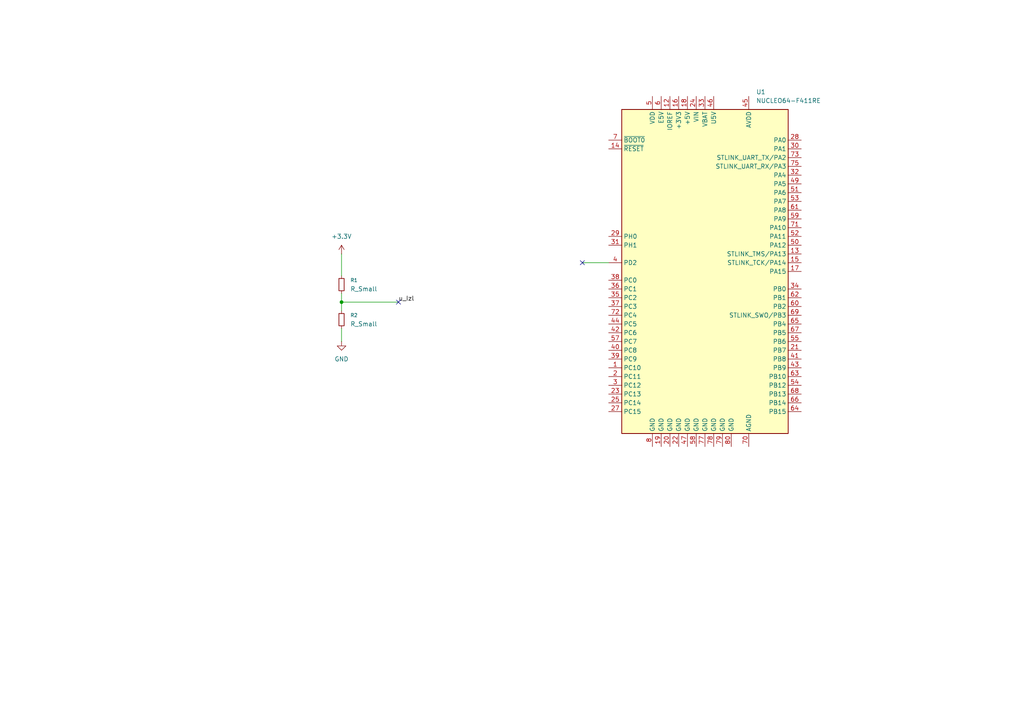
<source format=kicad_sch>
(kicad_sch (version 20250114) (generator "eeschema") (generator_version "9.0")
  (paper "A4")
  (lib_symbols
    (symbol "Device:R_Small" (pin_numbers (hide yes)) (pin_names (offset 0.254) (hide yes))
      (property "Reference" "R" (at 0 0 90))
      (property "Value" "R_Small" (at 1.778 0 90))
      (symbol "R_Small_0_1"
        (rectangle (start -0.762 1.778) (end 0.762 -1.778) (stroke (width 0.2032)))
      )
      (symbol "R_Small_1_1"
        (pin passive line (at 0 2.54 270) (length 0.762) (name "~") (number "1"))
        (pin passive line (at 0 -2.54 90) (length 0.762) (name "~") (number "2"))
      )
    )
    (symbol "MCU_Module:NUCLEO64-F411RE"
      (property "Reference" "U" (at -17.78 50.165 0))
      (property "Value" "NUCLEO64-F411RE" (at -17.78 48.26 0))
      (symbol "NUCLEO64-F411RE_0_1"
        (rectangle (start -24.13 -46.99) (end 24.13 46.99) (stroke (width 0.254)) (fill (type background)))
      )
      (symbol "NUCLEO64-F411RE_1_1"
        (pin input line (at -27.94 38.1 0) (length 3.81) (name "~{BOOT0}") (number "7"))
        (pin input line (at -27.94 35.56 0) (length 3.81) (name "~{RESET}") (number "14"))
        (pin bidirectional line (at -27.94 10.16 0) (length 3.81) (name "PH0") (number "29"))
        (pin bidirectional line (at -27.94 7.62 0) (length 3.81) (name "PH1") (number "31"))
        (pin bidirectional line (at -27.94 2.54 0) (length 3.81) (name "PD2") (number "4"))
        (pin bidirectional line (at -27.94 -2.54 0) (length 3.81) (name "PC0") (number "38"))
        (pin bidirectional line (at -27.94 -5.08 0) (length 3.81) (name "PC1") (number "36"))
        (pin bidirectional line (at -27.94 -7.62 0) (length 3.81) (name "PC2") (number "35"))
        (pin bidirectional line (at -27.94 -10.16 0) (length 3.81) (name "PC3") (number "37"))
        (pin bidirectional line (at -27.94 -12.7 0) (length 3.81) (name "PC4") (number "72"))
        (pin bidirectional line (at -27.94 -15.24 0) (length 3.81) (name "PC5") (number "44"))
        (pin bidirectional line (at -27.94 -17.78 0) (length 3.81) (name "PC6") (number "42"))
        (pin bidirectional line (at -27.94 -20.32 0) (length 3.81) (name "PC7") (number "57"))
        (pin bidirectional line (at -27.94 -22.86 0) (length 3.81) (name "PC8") (number "40"))
        (pin bidirectional line (at -27.94 -25.4 0) (length 3.81) (name "PC9") (number "39"))
        (pin bidirectional line (at -27.94 -27.94 0) (length 3.81) (name "PC10") (number "1"))
        (pin bidirectional line (at -27.94 -30.48 0) (length 3.81) (name "PC11") (number "2"))
        (pin bidirectional line (at -27.94 -33.02 0) (length 3.81) (name "PC12") (number "3"))
        (pin bidirectional line (at -27.94 -35.56 0) (length 3.81) (name "PC13") (number "23"))
        (pin bidirectional line (at -27.94 -38.1 0) (length 3.81) (name "PC14") (number "25"))
        (pin bidirectional line (at -27.94 -40.64 0) (length 3.81) (name "PC15") (number "27"))
        (pin no_connect line (at -24.13 33.02 0) (length 3.81) (hide yes) (name "NC") (number "56"))
        (pin no_connect line (at -24.13 30.48 0) (length 3.81) (hide yes) (name "NC") (number "74"))
        (pin no_connect line (at -24.13 27.94 0) (length 3.81) (hide yes) (name "NC") (number "76"))
        (pin no_connect line (at -24.13 25.4 0) (length 3.81) (hide yes) (name "NC") (number "48"))
        (pin no_connect line (at -24.13 22.86 0) (length 3.81) (hide yes) (name "NC") (number "26"))
        (pin no_connect line (at -24.13 20.32 0) (length 3.81) (hide yes) (name "NC") (number "10"))
        (pin no_connect line (at -24.13 17.78 0) (length 3.81) (hide yes) (name "NC") (number "9"))
        (pin no_connect line (at -24.13 15.24 0) (length 3.81) (hide yes) (name "NC") (number "11"))
        (pin power_in line (at -15.24 50.8 270) (length 3.81) (name "VDD") (number "5"))
        (pin power_in line (at -15.24 -50.8 90) (length 3.81) (name "GND") (number "8"))
        (pin power_in line (at -12.7 50.8 270) (length 3.81) (name "E5V") (number "6"))
        (pin power_in line (at -12.7 -50.8 90) (length 3.81) (name "GND") (number "19"))
        (pin power_in line (at -10.16 50.8 270) (length 3.81) (name "IOREF") (number "12"))
        (pin power_in line (at -10.16 -50.8 90) (length 3.81) (name "GND") (number "20"))
        (pin power_in line (at -7.62 50.8 270) (length 3.81) (name "+3V3") (number "16"))
        (pin power_in line (at -7.62 -50.8 90) (length 3.81) (name "GND") (number "22"))
        (pin power_in line (at -5.08 50.8 270) (length 3.81) (name "+5V") (number "18"))
        (pin power_in line (at -5.08 -50.8 90) (length 3.81) (name "GND") (number "47"))
        (pin power_in line (at -2.54 50.8 270) (length 3.81) (name "VIN") (number "24"))
        (pin power_in line (at -2.54 -50.8 90) (length 3.81) (name "GND") (number "58"))
        (pin power_in line (at 0 50.8 270) (length 3.81) (name "VBAT") (number "33"))
        (pin power_in line (at 0 -50.8 90) (length 3.81) (name "GND") (number "77"))
        (pin power_in line (at 2.54 50.8 270) (length 3.81) (name "U5V") (number "46"))
        (pin power_in line (at 2.54 -50.8 90) (length 3.81) (name "GND") (number "78"))
        (pin power_in line (at 5.08 -50.8 90) (length 3.81) (name "GND") (number "79"))
        (pin power_in line (at 7.62 -50.8 90) (length 3.81) (name "GND") (number "80"))
        (pin power_in line (at 12.7 50.8 270) (length 3.81) (name "AVDD") (number "45"))
        (pin power_in line (at 12.7 -50.8 90) (length 3.81) (name "AGND") (number "70"))
        (pin bidirectional line (at 27.94 38.1 180) (length 3.81) (name "PA0") (number "28"))
        (pin bidirectional line (at 27.94 35.56 180) (length 3.81) (name "PA1") (number "30"))
        (pin bidirectional line (at 27.94 33.02 180) (length 3.81) (name "STLINK_UART_TX/PA2") (number "73"))
        (pin bidirectional line (at 27.94 30.48 180) (length 3.81) (name "STLINK_UART_RX/PA3") (number "75"))
        (pin bidirectional line (at 27.94 27.94 180) (length 3.81) (name "PA4") (number "32"))
        (pin bidirectional line (at 27.94 25.4 180) (length 3.81) (name "PA5") (number "49"))
        (pin bidirectional line (at 27.94 22.86 180) (length 3.81) (name "PA6") (number "51"))
        (pin bidirectional line (at 27.94 20.32 180) (length 3.81) (name "PA7") (number "53"))
        (pin bidirectional line (at 27.94 17.78 180) (length 3.81) (name "PA8") (number "61"))
        (pin bidirectional line (at 27.94 15.24 180) (length 3.81) (name "PA9") (number "59"))
        (pin bidirectional line (at 27.94 12.7 180) (length 3.81) (name "PA10") (number "71"))
        (pin bidirectional line (at 27.94 10.16 180) (length 3.81) (name "PA11") (number "52"))
        (pin bidirectional line (at 27.94 7.62 180) (length 3.81) (name "PA12") (number "50"))
        (pin bidirectional line (at 27.94 5.08 180) (length 3.81) (name "STLINK_TMS/PA13") (number "13"))
        (pin bidirectional line (at 27.94 2.54 180) (length 3.81) (name "STLINK_TCK/PA14") (number "15"))
        (pin bidirectional line (at 27.94 0 180) (length 3.81) (name "PA15") (number "17"))
        (pin bidirectional line (at 27.94 -5.08 180) (length 3.81) (name "PB0") (number "34"))
        (pin bidirectional line (at 27.94 -7.62 180) (length 3.81) (name "PB1") (number "62"))
        (pin bidirectional line (at 27.94 -10.16 180) (length 3.81) (name "PB2") (number "60"))
        (pin bidirectional line (at 27.94 -12.7 180) (length 3.81) (name "STLINK_SWO/PB3") (number "69"))
        (pin bidirectional line (at 27.94 -15.24 180) (length 3.81) (name "PB4") (number "65"))
        (pin bidirectional line (at 27.94 -17.78 180) (length 3.81) (name "PB5") (number "67"))
        (pin bidirectional line (at 27.94 -20.32 180) (length 3.81) (name "PB6") (number "55"))
        (pin bidirectional line (at 27.94 -22.86 180) (length 3.81) (name "PB7") (number "21"))
        (pin bidirectional line (at 27.94 -25.4 180) (length 3.81) (name "PB8") (number "41"))
        (pin bidirectional line (at 27.94 -27.94 180) (length 3.81) (name "PB9") (number "43"))
        (pin bidirectional line (at 27.94 -30.48 180) (length 3.81) (name "PB10") (number "63"))
        (pin bidirectional line (at 27.94 -33.02 180) (length 3.81) (name "PB12") (number "54"))
        (pin bidirectional line (at 27.94 -35.56 180) (length 3.81) (name "PB13") (number "68"))
        (pin bidirectional line (at 27.94 -38.1 180) (length 3.81) (name "PB14") (number "66"))
        (pin bidirectional line (at 27.94 -40.64 180) (length 3.81) (name "PB15") (number "64"))
      )
    )
    (symbol "power:+3.3V" (power) (pin_numbers (hide yes)) (pin_names (offset 0) (hide yes))
      (property "Value" "+3.3V" (at 0 3.556 0))
      (symbol "+3.3V_0_1"
        (polyline (pts (xy -0.762 1.27) (xy 0 2.54)))
        (polyline (pts (xy 0 2.54) (xy 0.762 1.27)))
        (polyline (pts (xy 0 0) (xy 0 2.54)))
      )
      (symbol "+3.3V_1_1"
        (pin power_in line (at 0 0 90) (length 0) (name "~") (number "1"))
      )
    )
    (symbol "power:GND" (power) (pin_numbers (hide yes)) (pin_names (offset 0) (hide yes))
      (property "Value" "GND" (at 0 -3.81 0))
      (symbol "GND_0_1"
        (polyline (pts (xy 0 0) (xy 0 -1.27) (xy 1.27 -1.27) (xy 0 -2.54) (xy -1.27 -1.27) (xy 0 -1.27)))
      )
      (symbol "GND_1_1"
        (pin power_in line (at 0 0 270) (length 0) (name "~") (number "1"))
      )
    )
  )
  (junction (at 99.06 87.63))
  (no_connect (at 168.91 76.2))
  (no_connect (at 115.57 87.63))
  (wire (pts (xy 168.91 76.2) (xy 176.53 76.2)))
  (wire (pts (xy 99.06 85.09) (xy 99.06 87.63)))
  (wire (pts (xy 99.06 95.25) (xy 99.06 99.06)))
  (wire (pts (xy 99.06 87.63) (xy 99.06 90.17)))
  (wire (pts (xy 99.06 73.66) (xy 99.06 80.01)))
  (wire (pts (xy 99.06 87.63) (xy 115.57 87.63)))
  (label "u_Izl" (at 115.57 87.63 0))
  (symbol (lib_id "Device:R_Small") (at 99.06 92.71 180) (unit 1)
    (property "Reference" "R2" (at 101.6 91.4399 0) (effects (font (size 1.016 1.016)) (justify right)))
    (property "Value" "R_Small" (at 101.6 93.9799 0) (effects (justify right)))
    (property "Description" "Resistor, small symbol" (effects (hide yes)))
  )
  (symbol (lib_id "power:+3.3V") (at 99.06 73.66 0) (unit 1)
    (property "Reference" "#PWR01" (effects (hide yes)))
    (property "Value" "+3.3V" (at 99.06 68.58 0))
    (property "Description" "Power symbol creates a global label with name \"+3.3V\"" (effects (hide yes)))
  )
  (symbol (lib_id "Device:R_Small") (at 99.06 82.55 180) (unit 1)
    (property "Reference" "R1" (at 101.6 81.2799 0) (effects (font (size 1.016 1.016)) (justify right)))
    (property "Value" "R_Small" (at 101.6 83.8199 0) (effects (justify right)))
    (property "Description" "Resistor, small symbol" (effects (hide yes)))
  )
  (symbol (lib_id "power:GND") (at 99.06 99.06 0) (unit 1)
    (property "Reference" "#PWR02" (effects (hide yes)))
    (property "Value" "GND" (at 99.06 104.14 0))
    (property "Description" "Power symbol creates a global label with name \"GND\" , ground" (effects (hide yes)))
  )
  (symbol (lib_id "MCU_Module:NUCLEO64-F411RE") (at 204.47 78.74 0) (unit 1)
    (property "Reference" "U1" (at 219.3133 26.67 0) (effects (justify left)))
    (property "Value" "NUCLEO64-F411RE" (at 219.3133 29.21 0) (effects (justify left)))
    (property "Footprint" "Module:ST_Morpho_Connector_144_STLink" (effects (hide yes)))
    (property "Datasheet" "http://www.st.com/st-web-ui/static/active/en/resource/technical/document/data_brief/DM00105918.pdf" (effects (hide yes)))
    (property "Description" "Nucleo 64 Development Board with STM32F411RET6 MCU, 128kB RAM, 512KB FLASH" (effects (hide yes)))
  )
)
</source>
